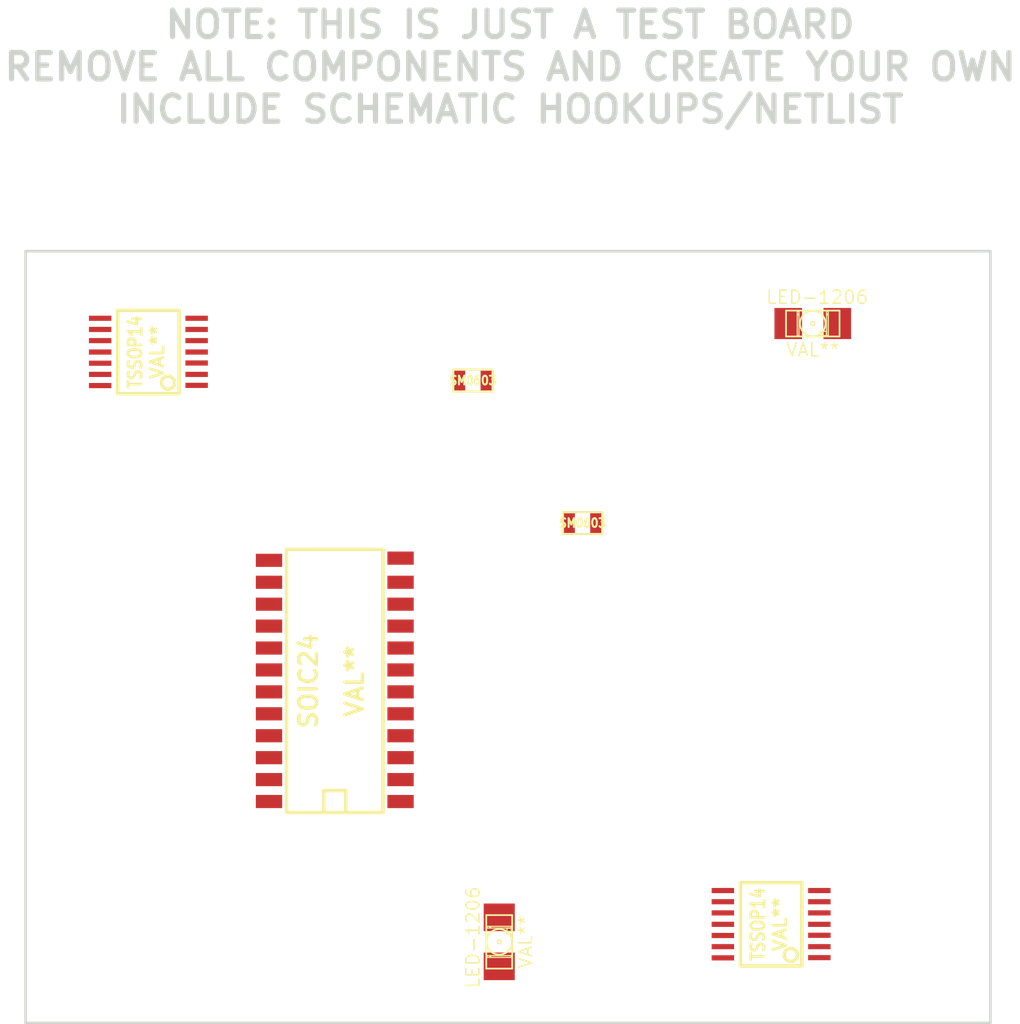
<source format=kicad_pcb>
(kicad_pcb (version 3) (host pcbnew "(2013-07-07 BZR 4022)-stable")

  (general
    (links 0)
    (no_connects 0)
    (area 154.624316 83.566 213.421684 140.537001)
    (thickness 1.6)
    (drawings 5)
    (tracks 0)
    (zones 0)
    (modules 7)
    (nets 1)
  )

  (page A3)
  (layers
    (15 F.Cu signal)
    (0 B.Cu signal)
    (16 B.Adhes user)
    (17 F.Adhes user)
    (18 B.Paste user)
    (19 F.Paste user)
    (20 B.SilkS user)
    (21 F.SilkS user)
    (22 B.Mask user)
    (23 F.Mask user)
    (24 Dwgs.User user)
    (25 Cmts.User user)
    (26 Eco1.User user)
    (27 Eco2.User user)
    (28 Edge.Cuts user)
  )

  (setup
    (last_trace_width 0.254)
    (trace_clearance 0.254)
    (zone_clearance 0.508)
    (zone_45_only no)
    (trace_min 0.254)
    (segment_width 0.2)
    (edge_width 0.15)
    (via_size 0.889)
    (via_drill 0.635)
    (via_min_size 0.889)
    (via_min_drill 0.508)
    (uvia_size 0.508)
    (uvia_drill 0.127)
    (uvias_allowed no)
    (uvia_min_size 0.508)
    (uvia_min_drill 0.127)
    (pcb_text_width 0.3)
    (pcb_text_size 1 1)
    (mod_edge_width 0.15)
    (mod_text_size 1 1)
    (mod_text_width 0.15)
    (pad_size 1 1)
    (pad_drill 0.6)
    (pad_to_mask_clearance 0)
    (aux_axis_origin 0 0)
    (visible_elements 7FFFFFFF)
    (pcbplotparams
      (layerselection 3178497)
      (usegerberextensions true)
      (excludeedgelayer true)
      (linewidth 0.150000)
      (plotframeref false)
      (viasonmask false)
      (mode 1)
      (useauxorigin false)
      (hpglpennumber 1)
      (hpglpenspeed 20)
      (hpglpendiameter 15)
      (hpglpenoverlay 2)
      (psnegative false)
      (psa4output false)
      (plotreference true)
      (plotvalue true)
      (plotothertext true)
      (plotinvisibletext false)
      (padsonsilk false)
      (subtractmaskfromsilk false)
      (outputformat 1)
      (mirror false)
      (drillshape 1)
      (scaleselection 1)
      (outputdirectory ""))
  )

  (net 0 "")

  (net_class Default "This is the default net class."
    (clearance 0.254)
    (trace_width 0.254)
    (via_dia 0.889)
    (via_drill 0.635)
    (uvia_dia 0.508)
    (uvia_drill 0.127)
    (add_net "")
  )

  (module TSSOP14 (layer F.Cu) (tedit 4E43F187) (tstamp 52E24A3B)
    (at 163.068 101.6 90)
    (attr smd)
    (fp_text reference TSSOP14 (at 0 -0.762 90) (layer F.SilkS)
      (effects (font (size 0.762 0.635) (thickness 0.16002)))
    )
    (fp_text value VAL** (at 0 0.508 90) (layer F.SilkS)
      (effects (font (size 0.762 0.762) (thickness 0.16002)))
    )
    (fp_line (start -2.413 -1.778) (end 2.413 -1.778) (layer F.SilkS) (width 0.2032))
    (fp_line (start 2.413 -1.778) (end 2.413 1.778) (layer F.SilkS) (width 0.2032))
    (fp_line (start 2.413 1.778) (end -2.413 1.778) (layer F.SilkS) (width 0.2032))
    (fp_line (start -2.413 1.778) (end -2.413 -1.778) (layer F.SilkS) (width 0.2032))
    (fp_circle (center -1.778 1.143) (end -2.159 1.143) (layer F.SilkS) (width 0.2032))
    (pad 1 smd rect (at -1.9304 2.794 90) (size 0.29972 1.30048)
      (layers F.Cu F.Paste F.Mask)
    )
    (pad 2 smd rect (at -1.2954 2.794 90) (size 0.29972 1.30048)
      (layers F.Cu F.Paste F.Mask)
    )
    (pad 3 smd rect (at -0.635 2.794 90) (size 0.29972 1.30048)
      (layers F.Cu F.Paste F.Mask)
    )
    (pad 4 smd rect (at 0 2.794 90) (size 0.29972 1.30048)
      (layers F.Cu F.Paste F.Mask)
    )
    (pad 5 smd rect (at 0.6604 2.794 90) (size 0.29972 1.30048)
      (layers F.Cu F.Paste F.Mask)
    )
    (pad 6 smd rect (at 1.3081 2.794 90) (size 0.29972 1.30048)
      (layers F.Cu F.Paste F.Mask)
    )
    (pad 7 smd rect (at 1.9558 2.794 90) (size 0.29972 1.30048)
      (layers F.Cu F.Paste F.Mask)
    )
    (pad 8 smd rect (at 1.9558 -2.794 90) (size 0.29972 1.30048)
      (layers F.Cu F.Paste F.Mask)
    )
    (pad 9 smd rect (at 1.3081 -2.794 90) (size 0.29972 1.30048)
      (layers F.Cu F.Paste F.Mask)
    )
    (pad 10 smd rect (at 0.6604 -2.794 90) (size 0.29972 1.30048)
      (layers F.Cu F.Paste F.Mask)
    )
    (pad 11 smd rect (at 0 -2.794 90) (size 0.29972 1.30048)
      (layers F.Cu F.Paste F.Mask)
    )
    (pad 12 smd rect (at -0.6477 -2.794 90) (size 0.29972 1.30048)
      (layers F.Cu F.Paste F.Mask)
    )
    (pad 13 smd rect (at -1.2954 -2.794 90) (size 0.29972 1.30048)
      (layers F.Cu F.Paste F.Mask)
    )
    (pad 14 smd rect (at -1.9431 -2.794 90) (size 0.29972 1.30048)
      (layers F.Cu F.Paste F.Mask)
    )
    (model smd\smd_dil\tssop-14.wrl
      (at (xyz 0 0 0))
      (scale (xyz 1 1 1))
      (rotate (xyz 0 0 0))
    )
  )

  (module SOIC24 (layer F.Cu) (tedit 4289BEAB) (tstamp 52E2A167)
    (at 173.863 120.65 90)
    (attr smd)
    (fp_text reference SOIC24 (at 0 -1.524 90) (layer F.SilkS)
      (effects (font (size 1.016 1.016) (thickness 0.2032)))
    )
    (fp_text value VAL** (at 0 1.143 90) (layer F.SilkS)
      (effects (font (size 1.016 1.016) (thickness 0.2032)))
    )
    (fp_line (start 7.62 -2.794) (end 7.62 2.794) (layer F.SilkS) (width 0.2032))
    (fp_line (start -7.62 -2.794) (end -7.62 2.794) (layer F.SilkS) (width 0.2032))
    (fp_line (start 7.62 -2.794) (end -7.62 -2.794) (layer F.SilkS) (width 0.2032))
    (fp_line (start -7.62 -0.635) (end -6.35 -0.635) (layer F.SilkS) (width 0.2032))
    (fp_line (start -6.35 -0.635) (end -6.35 0.635) (layer F.SilkS) (width 0.2032))
    (fp_line (start -6.35 0.635) (end -7.62 0.635) (layer F.SilkS) (width 0.2032))
    (fp_line (start -7.62 2.794) (end 7.62 2.794) (layer F.SilkS) (width 0.2032))
    (pad 1 smd rect (at -6.985 3.81 90) (size 0.762 1.524)
      (layers F.Cu F.Paste F.Mask)
    )
    (pad 2 smd rect (at -5.715 3.81 90) (size 0.762 1.524)
      (layers F.Cu F.Paste F.Mask)
    )
    (pad 3 smd rect (at -4.445 3.81 90) (size 0.762 1.524)
      (layers F.Cu F.Paste F.Mask)
    )
    (pad 4 smd rect (at -3.175 3.81 90) (size 0.762 1.524)
      (layers F.Cu F.Paste F.Mask)
    )
    (pad 5 smd rect (at -1.905 3.81 90) (size 0.762 1.524)
      (layers F.Cu F.Paste F.Mask)
    )
    (pad 6 smd rect (at -0.635 3.81 90) (size 0.762 1.524)
      (layers F.Cu F.Paste F.Mask)
    )
    (pad 7 smd rect (at 0.635 3.81 90) (size 0.762 1.524)
      (layers F.Cu F.Paste F.Mask)
    )
    (pad 8 smd rect (at 1.905 3.81 90) (size 0.762 1.524)
      (layers F.Cu F.Paste F.Mask)
    )
    (pad 9 smd rect (at 3.175 3.81 90) (size 0.762 1.524)
      (layers F.Cu F.Paste F.Mask)
    )
    (pad 10 smd rect (at 4.445 3.81 90) (size 0.762 1.524)
      (layers F.Cu F.Paste F.Mask)
    )
    (pad 11 smd rect (at 5.715 3.81 90) (size 0.762 1.524)
      (layers F.Cu F.Paste F.Mask)
    )
    (pad 12 smd rect (at 7.112 3.81 90) (size 0.762 1.524)
      (layers F.Cu F.Paste F.Mask)
    )
    (pad 24 smd rect (at -6.985 -3.81 90) (size 0.762 1.524)
      (layers F.Cu F.Paste F.Mask)
    )
    (pad 23 smd rect (at -5.715 -3.81 90) (size 0.762 1.524)
      (layers F.Cu F.Paste F.Mask)
    )
    (pad 22 smd rect (at -4.445 -3.81 90) (size 0.762 1.524)
      (layers F.Cu F.Paste F.Mask)
    )
    (pad 21 smd rect (at -3.175 -3.81 90) (size 0.762 1.524)
      (layers F.Cu F.Paste F.Mask)
    )
    (pad 20 smd rect (at -1.905 -3.81 90) (size 0.762 1.524)
      (layers F.Cu F.Paste F.Mask)
    )
    (pad 19 smd rect (at -0.635 -3.81 90) (size 0.762 1.524)
      (layers F.Cu F.Paste F.Mask)
    )
    (pad 18 smd rect (at 0.635 -3.81 90) (size 0.762 1.524)
      (layers F.Cu F.Paste F.Mask)
    )
    (pad 17 smd rect (at 1.905 -3.81 90) (size 0.762 1.524)
      (layers F.Cu F.Paste F.Mask)
    )
    (pad 16 smd rect (at 3.175 -3.81 90) (size 0.762 1.524)
      (layers F.Cu F.Paste F.Mask)
    )
    (pad 15 smd rect (at 4.445 -3.81 90) (size 0.762 1.524)
      (layers F.Cu F.Paste F.Mask)
    )
    (pad 14 smd rect (at 5.715 -3.81 90) (size 0.762 1.524)
      (layers F.Cu F.Paste F.Mask)
    )
    (pad 13 smd rect (at 6.985 -3.81 90) (size 0.762 1.524)
      (layers F.Cu F.Paste F.Mask)
    )
    (model smd/cms_soj24.wrl
      (at (xyz 0 0 0))
      (scale (xyz 0.5 0.6 0.5))
      (rotate (xyz 0 0 0))
    )
  )

  (module SM0603 (layer F.Cu) (tedit 4E43A3D1) (tstamp 52E2F886)
    (at 181.864 103.251)
    (attr smd)
    (fp_text reference SM0603 (at 0 0) (layer F.SilkS)
      (effects (font (size 0.508 0.4572) (thickness 0.1143)))
    )
    (fp_text value Val** (at 0 0) (layer F.SilkS) hide
      (effects (font (size 0.508 0.4572) (thickness 0.1143)))
    )
    (fp_line (start -1.143 -0.635) (end 1.143 -0.635) (layer F.SilkS) (width 0.127))
    (fp_line (start 1.143 -0.635) (end 1.143 0.635) (layer F.SilkS) (width 0.127))
    (fp_line (start 1.143 0.635) (end -1.143 0.635) (layer F.SilkS) (width 0.127))
    (fp_line (start -1.143 0.635) (end -1.143 -0.635) (layer F.SilkS) (width 0.127))
    (pad 1 smd rect (at -0.762 0) (size 0.635 1.143)
      (layers F.Cu F.Paste F.Mask)
    )
    (pad 2 smd rect (at 0.762 0) (size 0.635 1.143)
      (layers F.Cu F.Paste F.Mask)
    )
    (model smd\resistors\R0603.wrl
      (at (xyz 0 0 0.001))
      (scale (xyz 0.5 0.5 0.5))
      (rotate (xyz 0 0 0))
    )
  )

  (module SM0603 (layer F.Cu) (tedit 4E43A3D1) (tstamp 52E2F899)
    (at 188.214 111.506)
    (attr smd)
    (fp_text reference SM0603 (at 0 0) (layer F.SilkS)
      (effects (font (size 0.508 0.4572) (thickness 0.1143)))
    )
    (fp_text value Val** (at 0 0) (layer F.SilkS) hide
      (effects (font (size 0.508 0.4572) (thickness 0.1143)))
    )
    (fp_line (start -1.143 -0.635) (end 1.143 -0.635) (layer F.SilkS) (width 0.127))
    (fp_line (start 1.143 -0.635) (end 1.143 0.635) (layer F.SilkS) (width 0.127))
    (fp_line (start 1.143 0.635) (end -1.143 0.635) (layer F.SilkS) (width 0.127))
    (fp_line (start -1.143 0.635) (end -1.143 -0.635) (layer F.SilkS) (width 0.127))
    (pad 1 smd rect (at -0.762 0) (size 0.635 1.143)
      (layers F.Cu F.Paste F.Mask)
    )
    (pad 2 smd rect (at 0.762 0) (size 0.635 1.143)
      (layers F.Cu F.Paste F.Mask)
    )
    (model smd\resistors\R0603.wrl
      (at (xyz 0 0 0.001))
      (scale (xyz 0.5 0.5 0.5))
      (rotate (xyz 0 0 0))
    )
  )

  (module LED-1206 (layer F.Cu) (tedit 49BFA1FF) (tstamp 52E34FD2)
    (at 183.388 135.763 90)
    (descr "LED 1206 smd package")
    (tags "LED1206 SMD")
    (attr smd)
    (fp_text reference LED-1206 (at 0.254 -1.524 90) (layer F.SilkS)
      (effects (font (size 0.762 0.762) (thickness 0.0889)))
    )
    (fp_text value VAL** (at 0 1.524 90) (layer F.SilkS)
      (effects (font (size 0.762 0.762) (thickness 0.0889)))
    )
    (fp_line (start -0.09906 0.09906) (end 0.09906 0.09906) (layer F.SilkS) (width 0.06604))
    (fp_line (start 0.09906 0.09906) (end 0.09906 -0.09906) (layer F.SilkS) (width 0.06604))
    (fp_line (start -0.09906 -0.09906) (end 0.09906 -0.09906) (layer F.SilkS) (width 0.06604))
    (fp_line (start -0.09906 0.09906) (end -0.09906 -0.09906) (layer F.SilkS) (width 0.06604))
    (fp_line (start 0.44958 0.6985) (end 0.79756 0.6985) (layer F.SilkS) (width 0.06604))
    (fp_line (start 0.79756 0.6985) (end 0.79756 0.44958) (layer F.SilkS) (width 0.06604))
    (fp_line (start 0.44958 0.44958) (end 0.79756 0.44958) (layer F.SilkS) (width 0.06604))
    (fp_line (start 0.44958 0.6985) (end 0.44958 0.44958) (layer F.SilkS) (width 0.06604))
    (fp_line (start 0.79756 0.6985) (end 0.89916 0.6985) (layer F.SilkS) (width 0.06604))
    (fp_line (start 0.89916 0.6985) (end 0.89916 -0.49784) (layer F.SilkS) (width 0.06604))
    (fp_line (start 0.79756 -0.49784) (end 0.89916 -0.49784) (layer F.SilkS) (width 0.06604))
    (fp_line (start 0.79756 0.6985) (end 0.79756 -0.49784) (layer F.SilkS) (width 0.06604))
    (fp_line (start 0.79756 -0.54864) (end 0.89916 -0.54864) (layer F.SilkS) (width 0.06604))
    (fp_line (start 0.89916 -0.54864) (end 0.89916 -0.6985) (layer F.SilkS) (width 0.06604))
    (fp_line (start 0.79756 -0.6985) (end 0.89916 -0.6985) (layer F.SilkS) (width 0.06604))
    (fp_line (start 0.79756 -0.54864) (end 0.79756 -0.6985) (layer F.SilkS) (width 0.06604))
    (fp_line (start -0.89916 0.6985) (end -0.79756 0.6985) (layer F.SilkS) (width 0.06604))
    (fp_line (start -0.79756 0.6985) (end -0.79756 -0.49784) (layer F.SilkS) (width 0.06604))
    (fp_line (start -0.89916 -0.49784) (end -0.79756 -0.49784) (layer F.SilkS) (width 0.06604))
    (fp_line (start -0.89916 0.6985) (end -0.89916 -0.49784) (layer F.SilkS) (width 0.06604))
    (fp_line (start -0.89916 -0.54864) (end -0.79756 -0.54864) (layer F.SilkS) (width 0.06604))
    (fp_line (start -0.79756 -0.54864) (end -0.79756 -0.6985) (layer F.SilkS) (width 0.06604))
    (fp_line (start -0.89916 -0.6985) (end -0.79756 -0.6985) (layer F.SilkS) (width 0.06604))
    (fp_line (start -0.89916 -0.54864) (end -0.89916 -0.6985) (layer F.SilkS) (width 0.06604))
    (fp_line (start 0.44958 0.6985) (end 0.59944 0.6985) (layer F.SilkS) (width 0.06604))
    (fp_line (start 0.59944 0.6985) (end 0.59944 0.44958) (layer F.SilkS) (width 0.06604))
    (fp_line (start 0.44958 0.44958) (end 0.59944 0.44958) (layer F.SilkS) (width 0.06604))
    (fp_line (start 0.44958 0.6985) (end 0.44958 0.44958) (layer F.SilkS) (width 0.06604))
    (fp_line (start 1.5494 0.7493) (end -1.5494 0.7493) (layer F.SilkS) (width 0.1016))
    (fp_line (start -1.5494 0.7493) (end -1.5494 -0.7493) (layer F.SilkS) (width 0.1016))
    (fp_line (start -1.5494 -0.7493) (end 1.5494 -0.7493) (layer F.SilkS) (width 0.1016))
    (fp_line (start 1.5494 -0.7493) (end 1.5494 0.7493) (layer F.SilkS) (width 0.1016))
    (fp_arc (start 0 0) (end 0.54864 0.49784) (angle 95.4) (layer F.SilkS) (width 0.1016))
    (fp_arc (start 0 0) (end -0.54864 0.49784) (angle 84.5) (layer F.SilkS) (width 0.1016))
    (fp_arc (start 0 0) (end -0.54864 -0.49784) (angle 95.4) (layer F.SilkS) (width 0.1016))
    (fp_arc (start 0 0) (end 0.54864 -0.49784) (angle 84.5) (layer F.SilkS) (width 0.1016))
    (pad 1 smd rect (at -1.41986 0 90) (size 1.59766 1.80086)
      (layers F.Cu F.Paste F.Mask)
    )
    (pad 2 smd rect (at 1.41986 0 90) (size 1.59766 1.80086)
      (layers F.Cu F.Paste F.Mask)
    )
  )

  (module LED-1206 (layer F.Cu) (tedit 49BFA1FF) (tstamp 52E35025)
    (at 201.549 99.949)
    (descr "LED 1206 smd package")
    (tags "LED1206 SMD")
    (attr smd)
    (fp_text reference LED-1206 (at 0.254 -1.524) (layer F.SilkS)
      (effects (font (size 0.762 0.762) (thickness 0.0889)))
    )
    (fp_text value VAL** (at 0 1.524) (layer F.SilkS)
      (effects (font (size 0.762 0.762) (thickness 0.0889)))
    )
    (fp_line (start -0.09906 0.09906) (end 0.09906 0.09906) (layer F.SilkS) (width 0.06604))
    (fp_line (start 0.09906 0.09906) (end 0.09906 -0.09906) (layer F.SilkS) (width 0.06604))
    (fp_line (start -0.09906 -0.09906) (end 0.09906 -0.09906) (layer F.SilkS) (width 0.06604))
    (fp_line (start -0.09906 0.09906) (end -0.09906 -0.09906) (layer F.SilkS) (width 0.06604))
    (fp_line (start 0.44958 0.6985) (end 0.79756 0.6985) (layer F.SilkS) (width 0.06604))
    (fp_line (start 0.79756 0.6985) (end 0.79756 0.44958) (layer F.SilkS) (width 0.06604))
    (fp_line (start 0.44958 0.44958) (end 0.79756 0.44958) (layer F.SilkS) (width 0.06604))
    (fp_line (start 0.44958 0.6985) (end 0.44958 0.44958) (layer F.SilkS) (width 0.06604))
    (fp_line (start 0.79756 0.6985) (end 0.89916 0.6985) (layer F.SilkS) (width 0.06604))
    (fp_line (start 0.89916 0.6985) (end 0.89916 -0.49784) (layer F.SilkS) (width 0.06604))
    (fp_line (start 0.79756 -0.49784) (end 0.89916 -0.49784) (layer F.SilkS) (width 0.06604))
    (fp_line (start 0.79756 0.6985) (end 0.79756 -0.49784) (layer F.SilkS) (width 0.06604))
    (fp_line (start 0.79756 -0.54864) (end 0.89916 -0.54864) (layer F.SilkS) (width 0.06604))
    (fp_line (start 0.89916 -0.54864) (end 0.89916 -0.6985) (layer F.SilkS) (width 0.06604))
    (fp_line (start 0.79756 -0.6985) (end 0.89916 -0.6985) (layer F.SilkS) (width 0.06604))
    (fp_line (start 0.79756 -0.54864) (end 0.79756 -0.6985) (layer F.SilkS) (width 0.06604))
    (fp_line (start -0.89916 0.6985) (end -0.79756 0.6985) (layer F.SilkS) (width 0.06604))
    (fp_line (start -0.79756 0.6985) (end -0.79756 -0.49784) (layer F.SilkS) (width 0.06604))
    (fp_line (start -0.89916 -0.49784) (end -0.79756 -0.49784) (layer F.SilkS) (width 0.06604))
    (fp_line (start -0.89916 0.6985) (end -0.89916 -0.49784) (layer F.SilkS) (width 0.06604))
    (fp_line (start -0.89916 -0.54864) (end -0.79756 -0.54864) (layer F.SilkS) (width 0.06604))
    (fp_line (start -0.79756 -0.54864) (end -0.79756 -0.6985) (layer F.SilkS) (width 0.06604))
    (fp_line (start -0.89916 -0.6985) (end -0.79756 -0.6985) (layer F.SilkS) (width 0.06604))
    (fp_line (start -0.89916 -0.54864) (end -0.89916 -0.6985) (layer F.SilkS) (width 0.06604))
    (fp_line (start 0.44958 0.6985) (end 0.59944 0.6985) (layer F.SilkS) (width 0.06604))
    (fp_line (start 0.59944 0.6985) (end 0.59944 0.44958) (layer F.SilkS) (width 0.06604))
    (fp_line (start 0.44958 0.44958) (end 0.59944 0.44958) (layer F.SilkS) (width 0.06604))
    (fp_line (start 0.44958 0.6985) (end 0.44958 0.44958) (layer F.SilkS) (width 0.06604))
    (fp_line (start 1.5494 0.7493) (end -1.5494 0.7493) (layer F.SilkS) (width 0.1016))
    (fp_line (start -1.5494 0.7493) (end -1.5494 -0.7493) (layer F.SilkS) (width 0.1016))
    (fp_line (start -1.5494 -0.7493) (end 1.5494 -0.7493) (layer F.SilkS) (width 0.1016))
    (fp_line (start 1.5494 -0.7493) (end 1.5494 0.7493) (layer F.SilkS) (width 0.1016))
    (fp_arc (start 0 0) (end 0.54864 0.49784) (angle 95.4) (layer F.SilkS) (width 0.1016))
    (fp_arc (start 0 0) (end -0.54864 0.49784) (angle 84.5) (layer F.SilkS) (width 0.1016))
    (fp_arc (start 0 0) (end -0.54864 -0.49784) (angle 95.4) (layer F.SilkS) (width 0.1016))
    (fp_arc (start 0 0) (end 0.54864 -0.49784) (angle 84.5) (layer F.SilkS) (width 0.1016))
    (pad 1 smd rect (at -1.41986 0) (size 1.59766 1.80086)
      (layers F.Cu F.Paste F.Mask)
    )
    (pad 2 smd rect (at 1.41986 0) (size 1.59766 1.80086)
      (layers F.Cu F.Paste F.Mask)
    )
  )

  (module TSSOP14 (layer F.Cu) (tedit 4E43F187) (tstamp 52E350B8)
    (at 199.136 134.747 90)
    (attr smd)
    (fp_text reference TSSOP14 (at 0 -0.762 90) (layer F.SilkS)
      (effects (font (size 0.762 0.635) (thickness 0.16002)))
    )
    (fp_text value VAL** (at 0 0.508 90) (layer F.SilkS)
      (effects (font (size 0.762 0.762) (thickness 0.16002)))
    )
    (fp_line (start -2.413 -1.778) (end 2.413 -1.778) (layer F.SilkS) (width 0.2032))
    (fp_line (start 2.413 -1.778) (end 2.413 1.778) (layer F.SilkS) (width 0.2032))
    (fp_line (start 2.413 1.778) (end -2.413 1.778) (layer F.SilkS) (width 0.2032))
    (fp_line (start -2.413 1.778) (end -2.413 -1.778) (layer F.SilkS) (width 0.2032))
    (fp_circle (center -1.778 1.143) (end -2.159 1.143) (layer F.SilkS) (width 0.2032))
    (pad 1 smd rect (at -1.9304 2.794 90) (size 0.29972 1.30048)
      (layers F.Cu F.Paste F.Mask)
    )
    (pad 2 smd rect (at -1.2954 2.794 90) (size 0.29972 1.30048)
      (layers F.Cu F.Paste F.Mask)
    )
    (pad 3 smd rect (at -0.635 2.794 90) (size 0.29972 1.30048)
      (layers F.Cu F.Paste F.Mask)
    )
    (pad 4 smd rect (at 0 2.794 90) (size 0.29972 1.30048)
      (layers F.Cu F.Paste F.Mask)
    )
    (pad 5 smd rect (at 0.6604 2.794 90) (size 0.29972 1.30048)
      (layers F.Cu F.Paste F.Mask)
    )
    (pad 6 smd rect (at 1.3081 2.794 90) (size 0.29972 1.30048)
      (layers F.Cu F.Paste F.Mask)
    )
    (pad 7 smd rect (at 1.9558 2.794 90) (size 0.29972 1.30048)
      (layers F.Cu F.Paste F.Mask)
    )
    (pad 8 smd rect (at 1.9558 -2.794 90) (size 0.29972 1.30048)
      (layers F.Cu F.Paste F.Mask)
    )
    (pad 9 smd rect (at 1.3081 -2.794 90) (size 0.29972 1.30048)
      (layers F.Cu F.Paste F.Mask)
    )
    (pad 10 smd rect (at 0.6604 -2.794 90) (size 0.29972 1.30048)
      (layers F.Cu F.Paste F.Mask)
    )
    (pad 11 smd rect (at 0 -2.794 90) (size 0.29972 1.30048)
      (layers F.Cu F.Paste F.Mask)
    )
    (pad 12 smd rect (at -0.6477 -2.794 90) (size 0.29972 1.30048)
      (layers F.Cu F.Paste F.Mask)
    )
    (pad 13 smd rect (at -1.2954 -2.794 90) (size 0.29972 1.30048)
      (layers F.Cu F.Paste F.Mask)
    )
    (pad 14 smd rect (at -1.9431 -2.794 90) (size 0.29972 1.30048)
      (layers F.Cu F.Paste F.Mask)
    )
    (model smd\smd_dil\tssop-14.wrl
      (at (xyz 0 0 0))
      (scale (xyz 1 1 1))
      (rotate (xyz 0 0 0))
    )
  )

  (gr_text "NOTE: THIS IS JUST A TEST BOARD\nREMOVE ALL COMPONENTS AND CREATE YOUR OWN\nINCLUDE SCHEMATIC HOOKUPS/NETLIST" (at 184.023 85.09) (layer Edge.Cuts)
    (effects (font (size 1.524 1.524) (thickness 0.3048)))
  )
  (gr_line (start 211.836 95.758) (end 155.956 95.758) (angle 90) (layer Edge.Cuts) (width 0.15))
  (gr_line (start 211.836 140.462) (end 211.836 95.758) (angle 90) (layer Edge.Cuts) (width 0.15))
  (gr_line (start 155.956 140.462) (end 211.836 140.462) (angle 90) (layer Edge.Cuts) (width 0.15))
  (gr_line (start 155.956 95.758) (end 155.956 140.462) (angle 90) (layer Edge.Cuts) (width 0.15))

)

</source>
